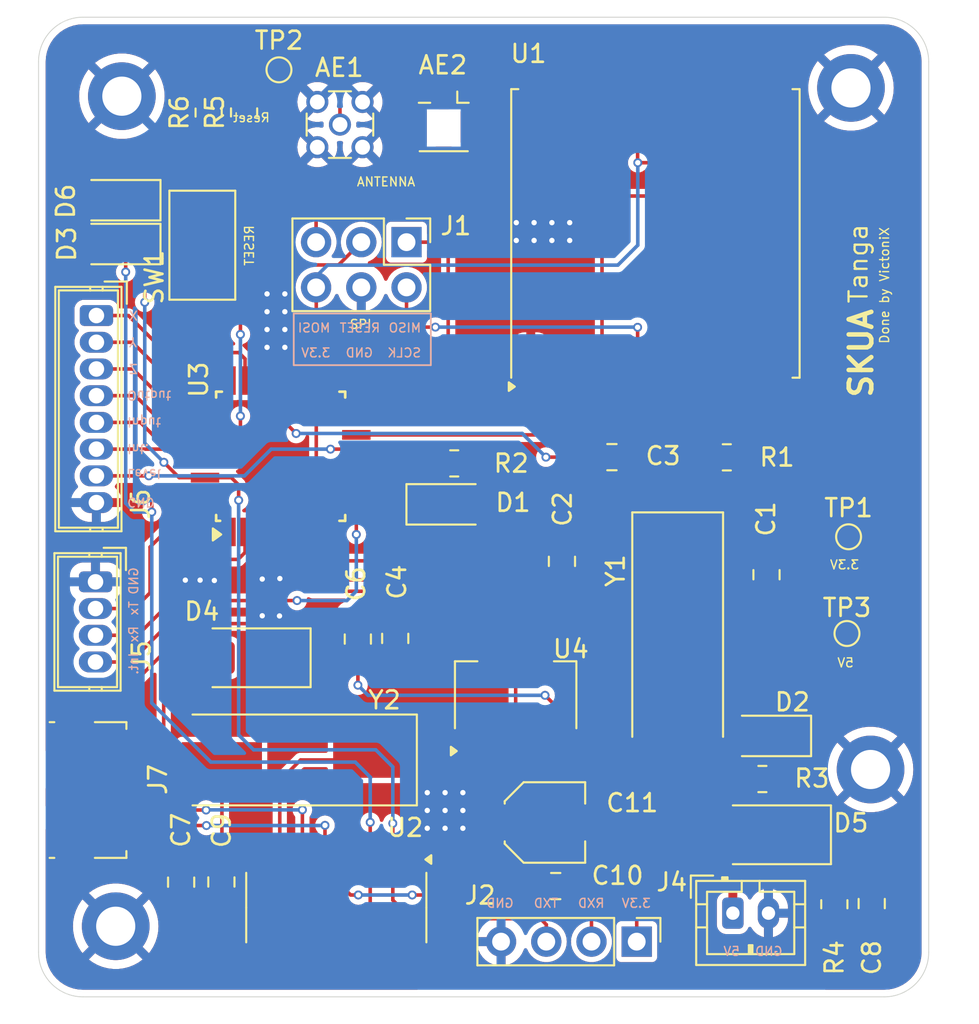
<source format=kicad_pcb>
(kicad_pcb (version 20240108) (generator "pcbnew") (generator_version "8.0")
  (layers (0 "F.Cu" signal) (31 "B.Cu" signal) (34 "B.Paste" user) (35 "F.Paste" user) (36 "B.SilkS" user "B.Silkscreen") (37 "F.SilkS" user "F.Silkscreen") (38 "B.Mask" user) (39 "F.Mask" user) (44 "Edge.Cuts" user))
  (net 0 "")
  (net 1 "GND")
  (net 2 "Net-(AE1-A)")
  (net 3 "Net-(U3-XTAL2{slash}PB7)")
  (net 4 "Net-(U3-XTAL1{slash}PB6)")
  (net 5 "Net-(U3-AREF)")
  (net 6 "+3V3")
  (net 7 "Net-(D1-A)")
  (net 8 "Net-(D2-A)")
  (net 9 "/SCLK")
  (net 10 "/MOSI")
  (net 11 "/MISO")
  (net 12 "/reset")
  (net 13 "/RXD")
  (net 14 "/TXD")
  (net 15 "/COM_Rx")
  (net 16 "/COM_Tx")
  (net 17 "Net-(U3-PB0)")
  (net 21 "Net-(U1-NSS)")
  (net 27 "/Z_axis")
  (net 29 "/level")
  (net 32 "/Y_axis")
  (net 33 "/X_axis")
  (net 34 "/COM_int")
  (net 35 "/input")
  (net 36 "/intr")
  (net 37 "/output")
  (net 38 "+5V")
  (net 39 "Net-(U2-XI)")
  (net 40 "Net-(U2-VCC)")
  (net 41 "Net-(U2-XO)")
  (net 42 "Net-(U2-V3)")
  (net 43 "Net-(D4-A)")
  (net 45 "Net-(J7-D-)")
  (net 46 "Net-(J7-D+)")
  (net 54 "Net-(D5-A)")
  (net 55 "Net-(D3-A)")
  (net 56 "Net-(D6-A)")
  (footprint "Connector_Wuerth:Wuerth_WR-WTB_64800411622_1x04_P1.50mm_Vertical" (layer "F.Cu") (at 115.365 105.165 -90)
    (property "Reference" "J5")
    (property "Value" "Control")
  )
  (footprint "Connector_JST:JST_PH_B2B-PH-K_1x02_P2.00mm_Vertical" (layer "F.Cu") (at 151.165 123.765)
    (property "Reference" "J4")
    (property "Value" "Power")
  )
  (footprint "Capacitor_SMD:C_Elec_4x5.4" (layer "F.Cu") (at 140.61 118.675)
    (property "Reference" "C11")
    (property "Value" "10uF")
  )
  (footprint "Resistor_SMD:R_0805_2012Metric_Pad1.20x1.40mm_HandSolder" (layer "F.Cu") (at 156.865 123.265 -90)
    (property "Reference" "R4")
    (property "Value" "10")
  )
  (footprint "Connector_Coaxial:U.FL_Hirose_U.FL-R-SMT-1_Vertical" (layer "F.Cu") (at 134.925 79.155 -90)
    (property "Reference" "AE2")
    (property "Value" "Anten.")
  )
  (footprint "Button_Switch_SMD:SW_SPST_CK_RS282G05A3" (layer "F.Cu") (at 121.365 86.265 -90)
    (property "Reference" "SW1")
    (property "Value" "Reset")
  )
  (footprint "Package_SO:SOIC-16_3.9x9.9mm_P1.27mm" (layer "F.Cu") (at 128.89 123.4525 -90)
    (property "Reference" "U2")
    (property "Value" "CH340G")
  )
  (footprint "Resistor_SMD:R_0805_2012Metric_Pad1.20x1.40mm_HandSolder" (layer "F.Cu") (at 152.825 116.235)
    (property "Reference" "R3")
    (property "Value" "470")
  )
  (footprint "Connector_Wuerth:Wuerth_WR-WTB_64800811622_1x08_P1.50mm_Vertical" (layer "F.Cu") (at 115.415 90.215 -90)
    (property "Reference" "J6")
    (property "Value" "Camera")
  )
  (footprint "LED_SMD:LED_1206_3216Metric" (layer "F.Cu") (at 135.115 100.815)
    (property "Reference" "D1")
    (property "Value" "conn.")
  )
  (footprint "Connector_PinHeader_2.54mm:PinHeader_2x03_P2.54mm_Vertical" (layer "F.Cu") (at 132.835 86.095 -90)
    (property "Reference" "J1")
    (property "Value" "SPI")
  )
  (footprint "TestPoint:TestPoint_Pad_D1.0mm" (layer "F.Cu") (at 157.575 108.065)
    (property "Reference" "TP3")
    (property "Value" "Power")
  )
  (footprint "TestPoint:TestPoint_Pad_D1.0mm" (layer "F.Cu") (at 125.67 76.42)
    (property "Reference" "TP2")
    (property "Value" "Reset")
  )
  (footprint "Diode_SMD:D_SMA" (layer "F.Cu") (at 153.165 119.365 180)
    (property "Reference" "D5")
    (property "Value" "SS32")
  )
  (footprint "Capacitor_SMD:C_0805_2012Metric_Pad1.18x1.45mm_HandSolder" (layer "F.Cu") (at 141.215 122.245)
    (property "Reference" "C10")
    (property "Value" "1nF")
  )
  (footprint "MountingHole:MountingHole_2.2mm_M2_DIN965_Pad" (layer "F.Cu") (at 116.845 77.9)
    (property "Reference" "H2" (hide yes))
    (property "Value" "MountingHole_Pad")
  )
  (footprint "Diode_SMD:D_SMA" (layer "F.Cu") (at 123.9375 109.4275 180)
    (property "Reference" "D4")
    (property "Value" "SS32")
  )
  (footprint "MountingHole:MountingHole_2.2mm_M2_DIN965_Pad" (layer "F.Cu") (at 116.5 124.5)
    (property "Reference" "H4" (hide yes))
    (property "Value" "MountingHole_Pad")
  )
  (footprint "Capacitor_SMD:C_0805_2012Metric_Pad1.18x1.45mm_HandSolder" (layer "F.Cu") (at 132.2 108.34 -90)
    (property "Reference" "C4")
    (property "Value" "0.1uF")
  )
  (footprint "Capacitor_SMD:C_0805_2012Metric_Pad1.18x1.45mm_HandSolder" (layer "F.Cu") (at 153.055 104.765 90)
    (property "Reference" "C1")
    (property "Value" "22pF")
  )
  (footprint "Connector_USB:USB_Micro-B_Molex_47346-0001" (layer "F.Cu") (at 115.39 116.8525 -90)
    (property "Reference" "J7")
    (property "Value" "USB")
  )
  (footprint "Connector_Coaxial:MMCX_Molex_73415-1471_Vertical" (layer "F.Cu") (at 129.095 79.495)
    (property "Reference" "AE1")
    (property "Value" "Antenna")
  )
  (footprint "Package_TO_SOT_SMD:SOT-223-3_TabPin2" (layer "F.Cu") (at 138.965 111.535 90)
    (property "Reference" "U4")
    (property "Value" "AMS1117-3.3")
  )
  (footprint "Capacitor_SMD:C_0805_2012Metric_Pad1.18x1.45mm_HandSolder" (layer "F.Cu") (at 144.3725 98.165 180)
    (property "Reference" "C3")
    (property "Value" "100nF")
  )
  (footprint "Crystal:Crystal_SMD_HC49-SD" (layer "F.Cu") (at 148.065 107.965 -90)
    (property "Reference" "Y1")
    (property "Value" "16MHz")
  )
  (footprint "Resistor_SMD:R_0805_2012Metric_Pad1.20x1.40mm_HandSolder" (layer "F.Cu") (at 121.72 78.82 90)
    (property "Reference" "R6")
    (property "Value" "470")
  )
  (footprint "Crystal:Crystal_SMD_HC49-SD" (layer "F.Cu") (at 126.715 115.165 180)
    (property "Reference" "Y2")
    (property "Value" "12MHz")
  )
  (footprint "TestPoint:TestPoint_Pad_D1.0mm" (layer "F.Cu") (at 157.665 102.635)
    (property "Reference" "TP1")
    (property "Value" "VCC")
  )
  (footprint "LED_SMD:LED_1206_3216Metric" (layer "F.Cu") (at 116.73 83.74 180)
    (property "Reference" "D6")
    (property "Value" "Tx_LED")
  )
  (footprint "Capacitor_SMD:C_0805_2012Metric_Pad1.18x1.45mm_HandSolder" (layer "F.Cu") (at 130.1 108.3775 -90)
    (property "Reference" "C6")
    (property "Value" "0.1uF")
  )
  (footprint "MountingHole:MountingHole_2.2mm_M2_DIN965_Pad" (layer "F.Cu") (at 158.9 115.7)
    (property "Reference" "H1" (hide yes))
    (property "Value" "MountingHole_Pad")
  )
  (footprint "Connector_PinHeader_2.54mm:PinHeader_1x04_P2.54mm_Vertical" (layer "F.Cu") (at 145.765 125.365 -90)
    (property "Reference" "J2")
    (property "Value" "UART")
  )
  (footprint "Capacitor_SMD:C_0805_2012Metric_Pad1.18x1.45mm_HandSolder" (layer "F.Cu") (at 120.175 122.025 90)
    (property "Reference" "C7")
    (property "Value" "22pF")
  )
  (footprint "Capacitor_SMD:C_0805_2012Metric_Pad1.18x1.45mm_HandSolder" (layer "F.Cu") (at 141.565 104.015 -90)
    (property "Reference" "C2")
    (property "Value" "22pF")
  )
  (footprint "Package_QFP:TQFP-32_7x7mm_P0.8mm" (layer "F.Cu") (at 125.765 98.115 90)
    (property "Reference" "U3")
    (property "Value" "ATmega328P-A")
  )
  (footprint "Resistor_SMD:R_0805_2012Metric_Pad1.20x1.40mm_HandSolder" (layer "F.Cu") (at 150.825 98.175 180)
    (property "Reference" "R1")
    (property "Value" "10k")
  )
  (footprint "LED_SMD:LED_1206_3216Metric" (layer "F.Cu") (at 116.73 86.2 180)
    (property "Reference" "D3")
    (property "Value" "Rx_LED")
  )
  (footprint "MountingHole:MountingHole_2.2mm_M2_DIN965_Pad" (layer "F.Cu") (at 157.8 77.435)
    (property "Reference" "H3" (hide yes))
    (property "Value" "MountingHole_Pad")
  )
  (footprint "LED_SMD:LED_1206_3216Metric" (layer "F.Cu") (at 153.275 113.815 180)
    (property "Reference" "D2")
    (property "Value" "Power")
  )
  (footprint "Resistor_SMD:R_0805_2012Metric_Pad1.20x1.40mm_HandSolder" (layer "F.Cu") (at 123.71 78.81 90)
    (property "Reference" "R5")
    (property "Value" "470")
  )
  (footprint "Capacitor_SMD:C_0805_2012Metric_Pad1.18x1.45mm_HandSolder" (layer "F.Cu") (at 158.965 123.2275 -90)
    (property "Reference" "C8")
    (property "Value" "0.47uF")
  )
  (footprint "Resistor_SMD:R_0805_2012Metric_Pad1.20x1.40mm_HandSolder" (layer "F.Cu") (at 135.515 98.515 180)
    (property "Reference" "R2")
    (property "Value" "200")
  )
  (footprint "RF_Module:HOPERF_RFM9XW_SMD" (layer "F.Cu") (at 146.815 85.605 90)
    (property "Reference" "U1")
    (property "Value" "RFM95W-868S2")
  )
  (footprint "Capacitor_SMD:C_0805_2012Metric_Pad1.18x1.45mm_HandSolder" (layer "F.Cu") (at 122.435 122.015 90)
    (property "Reference" "C9")
    (property "Value" "22pF")
  )
  (gr_line (start 126.5 90.1) (end 134.2 90.1) (stroke (width 0.1)) (layer "B.SilkS"))
  (gr_line (start 134.2 90.1) (end 134.2 93) (stroke (width 0.1)) (layer "B.SilkS"))
  (gr_line (start 134.2 93) (end 126.5 93) (stroke (width 0.1)) (layer "B.SilkS"))
  (gr_line (start 126.5 93) (end 126.5 90.1) (stroke (width 0.1)) (layer "B.SilkS"))
  (gr_arc (start 159.665 73.465) (mid 161.432767 74.197233) (end 162.165 75.965) (stroke (width 0.05)) (layer "Edge.Cuts"))
  (gr_arc (start 114.665 128.465) (mid 112.897233 127.732767) (end 112.165 125.965) (stroke (width 0.05)) (layer "Edge.Cuts"))
  (gr_line (start 159.665 128.465) (end 114.665 128.465) (stroke (width 0.05)) (layer "Edge.Cuts"))
  (gr_line (start 112.165 125.965) (end 112.165 75.965) (stroke (width 0.05)) (layer "Edge.Cuts"))
  (gr_line (start 162.165 75.965) (end 162.165 125.965) (stroke (width 0.05)) (layer "Edge.Cuts"))
  (gr_line (start 114.665 73.465) (end 159.665 73.465) (stroke (width 0.05)) (layer "Edge.Cuts"))
  (gr_arc (start 162.165 125.965) (mid 161.432767 127.732767) (end 159.665 128.465) (stroke (width 0.05)) (layer "Edge.Cuts"))
  (gr_arc (start 112.165 75.965) (mid 112.897233 74.197233) (end 114.665 73.465) (stroke (width 0.05)) (layer "Edge.Cuts"))
  (gr_text "GND" (at 154 126.2 0) (layer "B.SilkS") (effects (font (size 0.5 0.5) (thickness 0.08)) (justify left bottom mirror)))
  (gr_text "MISO" (at 133.7 91.2 0) (layer "B.SilkS") (effects (font (size 0.5 0.5) (thickness 0.08)) (justify left bottom mirror)))
  (gr_text "RXD" (at 144 123.5 0) (layer "B.SilkS") (effects (font (size 0.5 0.5) (thickness 0.08)) (justify left bottom mirror)))
  (gr_text "GND" (at 131 92.6 0) (layer "B.SilkS") (effects (font (size 0.5 0.5) (thickness 0.08)) (justify left bottom mirror)))
  (gr_text "Tx" (at 117.8 106.2 90) (layer "B.SilkS") (effects (font (size 0.5 0.5) (thickness 0.08)) (justify left bottom mirror)))
  (gr_text "Y" (at 117.2 91.4 180) (layer "B.SilkS") (effects (font (size 0.5 0.5) (thickness 0.08)) (justify left bottom mirror)))
  (gr_text "3.3V" (at 146.6 123.5 0) (layer "B.SilkS") (effects (font (size 0.5 0.5) (thickness 0.08)) (justify left bottom mirror)))
  (gr_text "Level" (at 117.1 98.8 180) (layer "B.SilkS") (effects (font (size 0.5 0.5) (thickness 0.08)) (justify left bottom mirror)))
  (gr_text "Int." (at 117.1 97.4 180) (layer "B.SilkS") (effects (font (size 0.5 0.5) (thickness 0.08)) (justify left bottom mirror)))
  (gr_text "GND" (at 138.9 123.5 0) (layer "B.SilkS") (effects (font (size 0.5 0.5) (thickness 0.08)) (justify left bottom mirror)))
  (gr_text "Rx" (at 117.8 107.6 90) (layer "B.SilkS") (effects (font (size 0.5 0.5) (thickness 0.08)) (justify left bottom mirror)))
  (gr_text "X" (at 117.2 89.9 180) (layer "B.SilkS") (effects (font (size 0.5 0.5) (thickness 0.08)) (justify left bottom mirror)))
  (gr_text "GND" (at 117.1 100.4 180) (layer "B.SilkS") (effects (font (size 0.5 0.5) (thickness 0.08)) (justify left bottom mirror)))
  (gr_text "GND" (at 117.8 104.3 90) (layer "B.SilkS") (effects (font (size 0.5 0.5) (thickness 0.08)) (justify left bottom mirror)))
  (gr_text "Input" (at 117.1 95.9 180) (layer "B.SilkS") (effects (font (size 0.5 0.5) (thickness 0.08)) (justify left bottom mirror)))
  (gr_text "TXD" (at 141.4 123.5 0) (layer "B.SilkS") (effects (font (size 0.5 0.5) (thickness 0.08)) (justify left bottom mirror)))
  (gr_text "Output" (at 117.1 94.4 180) (layer "B.SilkS") (effects (font (size 0.5 0.5) (thickness 0.08)) (justify left bottom mirror)))
  (gr_text "5V" (at 151.6 126.2 0) (layer "B.SilkS") (effects (font (size 0.5 0.5) (thickness 0.08)) (justify left bottom mirror)))
  (gr_text "RESET" (at 131.4 91.2 0) (layer "B.SilkS") (effects (font (size 0.5 0.5) (thickness 0.08)) (justify left bottom mirror)))
  (gr_text "Z" (at 117.2 92.9 180) (layer "B.SilkS") (effects (font (size 0.5 0.5) (thickness 0.08)) (justify left bottom mirror)))
  (gr_text "Int." (at 117.8 109.1 90) (layer "B.SilkS") (effects (font (size 0.5 0.5) (thickness 0.08)) (justify left bottom mirror)))
  (gr_text "SCLK" (at 133.7 92.6 0) (layer "B.SilkS") (effects (font (size 0.5 0.5) (thickness 0.08)) (justify left bottom mirror)))
  (gr_text "MOSI" (at 128.6 91.2 0) (layer "B.SilkS") (effects (font (size 0.5 0.5) (thickness 0.08)) (justify left bottom mirror)))
  (gr_text "3.3V" (at 128.6 92.6 0) (layer "B.SilkS") (effects (font (size 0.5 0.5) (thickness 0.08)) (justify left bottom mirror)))
  (gr_text "SPI" (at 129.6 91 0) (layer "F.SilkS") (effects (font (size 0.5 0.5) (thickness 0.08)) (justify left bottom)))
  (gr_text "3.3V" (at 158.3 104.5 0) (layer "F.SilkS") (effects (font (size 0.5 0.5) (thickness 0.08)) (justify left bottom mirror)))
  (gr_text "SKUA" (at 159.11 94.95 90) (layer "F.SilkS") (effects (font (size 1.27 1.27) (thickness 0.254) (bold yes)) (justify left bottom)))
  (gr_text "Done by VictoniX" (at 159.98 91.84 90) (layer "F.SilkS") (effects (font (size 0.508 0.508) (thickness 0.0762)) (justify left bottom)))
  (gr_text "Reset" (at 125.2 79.4 0) (layer "F.SilkS") (effects (font (size 0.5 0.5) (thickness 0.08)) (justify left bottom mirror)))
  (gr_text "Tanga" (at 158.81 89.61 90) (layer "F.SilkS") (effects (font (size 1.016 1.016) (thickness 0.127)) (justify left bottom)))
  (gr_text "5V" (at 158 110 0) (layer "F.SilkS") (effects (font (size 0.5 0.5) (thickness 0.08)) (justify left bottom mirror)))
  (gr_text "ANTENNA" (at 130 83 0) (layer "F.SilkS") (effects (font (size 0.5 0.5) (thickness 0.08)) (justify left bottom)))
  (gr_text "RESET" (at 124.3 85.1 90) (layer "F.SilkS") (effects (font (size 0.5 0.5) (thickness 0.08)) (justify left bottom mirror)))
  (via (at 124.73 107.07) (size 0.5) (drill 0.3) (layers "F.Cu" "B.Cu") (net 1))
  (via (at 125 92) (size 0.5) (drill 0.3) (layers "F.Cu" "B.Cu") (net 1))
  (via (at 136 117) (size 0.5) (drill 0.3) (layers "F.Cu" "B.Cu") (net 1))
  (via (at 141 85) (size 0.5) (drill 0.3) (layers "F.Cu" "B.Cu") (net 1))
  (via (at 136 118) (size 0.5) (drill 0.3) (layers "F.Cu" "B.Cu") (net 1))
  (via (at 134 117) (size 0.5) (drill 0.3) (layers "F.Cu" "B.Cu") (net 1))
  (via (at 135 117) (size 0.5) (drill 0.3) (layers "F.Cu" "B.Cu") (net 1))
  (via (at 139 85) (size 0.5) (drill 0.3) (layers "F.Cu" "B.Cu") (net 1))
  (via (at 136 119) (size 0.5) (drill 0.3) (layers "F.Cu" "B.Cu") (net 1))
  (via (at 122.04 105.09) (size 0.5) (drill 0.3) (layers "F.Cu" "B.Cu") (net 1))
  (via (at 135 118) (size 0.5) (drill 0.3) (layers "F.Cu" "B.Cu") (net 1))
  (via (at 125.7 107.08) (size 0.5) (drill 0.3) (layers "F.Cu" "B.Cu") (net 1))
  (via (at 134 118) (size 0.5) (drill 0.3) (layers "F.Cu" "B.Cu") (net 1))
  (via (at 125 91) (size 0.5) (drill 0.3) (layers "F.Cu" "B.Cu") (net 1))
  (via (at 125.72 104.98) (size 0.5) (drill 0.3) (layers "F.Cu" "B.Cu") (net 1))
  (via (at 134 119) (size 0.5) (drill 0.3) (layers "F.Cu" "B.Cu") (net 1))
  (via (at 126 91) (size 0.5) (drill 0.3) (layers "F.Cu" "B.Cu") (net 1))
  (via (at 141 86) (size 0.5) (drill 0.3) (layers "F.Cu" "B.Cu") (net 1))
  (via (at 125 90) (size 0.5) (drill 0.3) (layers "F.Cu" "B.Cu") (net 1))
  (via (at 126 92) (size 0.5) (drill 0.3) (layers "F.Cu" "B.Cu") (net 1))
  (via (at 120.41 105.07) (size 0.5) (drill 0.3) (layers "F.Cu" "B.Cu") (net 1))
  (via (at 126 89) (size 0.5) (drill 0.3) (layers "F.Cu" "B.Cu") (net 1))
  (via (at 126 90) (size 0.5) (drill 0.3) (layers "F.Cu" "B.Cu") (net 1))
  (via (at 142 85) (size 0.5) (drill 0.3) (layers "F.Cu" "B.Cu") (net 1))
  (via (at 142 86) (size 0.5) (drill 0.3) (layers "F.Cu" "B.Cu") (net 1))
  (via (at 140 85) (size 0.5) (drill 0.3) (layers "F.Cu" "B.Cu") (net 1))
  (via (at 125 89) (size 0.5) (drill 0.3) (layers "F.Cu" "B.Cu") (net 1))
  (via (at 124.73 105.01) (size 0.5) (drill 0.3) (layers "F.Cu" "B.Cu") (net 1))
  (via (at 140 86) (size 0.5) (drill 0.3) (layers "F.Cu" "B.Cu") (net 1))
  (via (at 121.24 105.07) (size 0.5) (drill 0.3) (layers "F.Cu" "B.Cu") (net 1))
  (via (at 139 86) (size 0.5) (drill 0.3) (layers "F.Cu" "B.Cu") (net 1))
  (via (at 135 119) (size 0.5) (drill 0.3) (layers "F.Cu" "B.Cu") (net 1))
  (segment (start 129.095 79.495) (end 129.095 76.265) (width 0.2) (layer "F.Cu") (net 2))
  (segment (start 153.815 76.185) (end 153.815 78.08) (width 0.2) (layer "F.Cu") (net 2))
  (segment (start 134.925 78.105) (end 134.925 75.865) (width 0.2) (layer "F.Cu") (net 2))
  (segment (start 129.535 75.825) (end 134.965 75.825) (width 0.2) (layer "F.Cu") (net 2))
  (segment (start 134.965 75.825) (end 153.455 75.825) (width 0.2) (layer "F.Cu") (net 2))
  (segment (start 153.455 75.825) (end 153.815 76.185) (width 0.2) (layer "F.Cu") (net 2))
  (segment (start 129.095 76.265) (end 129.535 75.825) (width 0.2) (layer "F.Cu") (net 2))
  (segment (start 134.925 75.865) (end 134.965 75.825) (width 0.2) (layer "F.Cu") (net 2))
  (segment (start 148.0775 103.7275) (end 148.065 103.715) (width 0.2) (layer "F.Cu") (net 3))
  (segment (start 143.635 103.715) (end 148.065 103.715) (width 0.2) (layer "F.Cu") (net 3))
  (segment (start 128.935 103.985) (end 143.365 103.985) (width 0.2) (layer "F.Cu") (net 3))
  (segment (start 128.565 103.615) (end 128.935 103.985) (width 0.2) (layer "F.Cu") (net 3))
  (segment (start 128.565 102.365) (end 128.565 103.615) (width 0.2) (layer "F.Cu") (net 3))
  (segment (start 153.055 103.7275) (end 148.0775 103.7275) (width 0.2) (layer "F.Cu") (net 3))
  (segment (start 143.365 103.985) (end 143.635 103.715) (width 0.2) (layer "F.Cu") (net 3))
  (segment (start 142.735 112.215) (end 141.565 111.045) (width 0.2) (layer "F.Cu") (net 4))
  (segment (start 127.765 102.365) (end 127.765 104.595) (width 0.2) (layer "F.Cu") (net 4))
  (segment (start 127.765 104.595) (end 128.2225 105.0525) (width 0.2) (layer "F.Cu") (net 4))
  (segment (start 141.565 111.045) (end 141.565 105.0525) (width 0.2) (layer "F.Cu") (net 4))
  (segment (start 128.2225 105.0525) (end 141.565 105.0525) (width 0.2) (layer "F.Cu") (net 4))
  (segment (start 148.065 112.215) (end 142.735 112.215) (width 0.2) (layer "F.Cu") (net 4))
  (segment (start 126.165 93.865) (end 126.165 96.365) (width 0.2) (layer "F.Cu") (net 5))
  (segment (start 140.665 98.165) (end 143.335 98.165) (width 0.2) (layer "F.Cu") (net 5))
  (segment (start 126.165 96.365) (end 126.635 96.835) (width 0.2) (layer "F.Cu") (net 5))
  (via (at 126.635 96.835) (size 0.5) (drill 0.3) (layers "F.Cu" "B.Cu") (net 5))
  (via (at 140.665 98.165) (size 0.5) (drill 0.3) (layers "F.Cu" "B.Cu") (net 5))
  (segment (start 126.635 96.835) (end 139.335 96.835) (width 0.2) (layer "B.Cu") (net 5))
  (segment (start 139.335 96.835) (end 140.665 98.165) (width 0.2) (layer "B.Cu") (net 5))
  (segment (start 138.965 106.195) (end 138.965 108.385) (width 0.2) (layer "F.Cu") (net 6))
  (segment (start 138.935 118.675) (end 138.935 119.935) (width 0.2) (layer "F.Cu") (net 6))
  (segment (start 145.825 81.635) (end 145.825 81.455) (width 0.2) (layer "F.Cu") (net 6))
  (segment (start 138.465 105.695) (end 138.965 106.195) (width 0.2) (layer "F.Cu") (net 6))
  (segment (start 138.965 108.385) (end 138.965 114.685) (width 0.2) (layer "F.Cu") (net 6))
  (segment (start 145.815 81.445) (end 145.815 78.08) (width 0.2) (layer "F.Cu") (net 6))
  (segment (start 156.945 98.105) (end 156.945 82.585) (width 0.2) (layer "F.Cu") (net 6))
  (segment (start 127.765 88.645) (end 127.755 88.635) (width 0.2) (layer "F.Cu") (net 6))
  (segment (start 125.365 101.055) (end 125.365 102.365) (width 0.2) (layer "F.Cu") (net 6))
  (segment (start 135.515 108.385) (end 138.965 108.385) (width 0.2) (layer "F.Cu") (net 6))
  (segment (start 126.735 100.775) (end 125.645 100.775) (width 0.2) (layer "F.Cu") (net 6))
  (segment (start 127.765 100.475) (end 127.465 100.775) (width 0.2) (layer "F.Cu") (net 6))
  (segment (start 138.965 118.645) (end 138.935 118.675) (width 0.2) (layer "F.Cu") (net 6))
  (segment (start 145.765 121.345) (end 145.765 125.365) (width 0.2) (layer "F.Cu") (net 6))
  (segment (start 144.875 120.455) (end 145.765 121.345) (width 0.2) (layer "F.Cu") (net 6))
  (segment (start 127.765 93.865) (end 127.765 100.475) (width 0.2) (layer "F.Cu") (net 6))
  (segment (start 139.455 120.455) (end 144.875 120.455) (width 0.2) (layer "F.Cu") (net 6))
  (segment (start 132.2 109.3775) (end 134.5225 109.3775) (width 0.2) (layer "F.Cu") (net 6))
  (segment (start 145.825 81.455) (end 145.815 81.445) (width 0.2) (layer "F.Cu") (net 6))
  (segment (start 126.965 102.365) (end 126.965 100.775) (width 0.2) (layer "F.Cu") (net 6))
  (segment (start 155.995 81.635) (end 145.825 81.635) (width 0.2) (layer "F.Cu") (net 6))
  (segment (start 138.935 119.935) (end 139.455 120.455) (width 0.2) (layer "F.Cu") (net 6))
  (segment (start 127.585 105.695) (end 138.465 105.695) (width 0.2) (layer "F.Cu") (net 6))
  (segment (start 157.015 98.175) (end 157.665 98.825) (width 0.2) (layer "F.Cu") (net 6))
  (segment (start 151.825 98.175) (end 157.015 98.175) (width 0.2) (layer "F.Cu") (net 6))
  (segment (start 126.965 105.075) (end 127.585 105.695) (width 0.2) (layer "F.Cu") (net 6))
  (segment (start 156.945 82.585) (end 155.995 81.635) (width 0.2) (layer "F.Cu") (net 6))
  (segment (start 125.645 100.775) (end 125.365 101.055) (width 0.2) (layer "F.Cu") (net 6))
  (segment (start 127.765 93.865) (end 127.765 88.645) (width 0.2) (layer "F.Cu") (net 6))
  (segment (start 138.965 114.685) (end 138.965 118.645) (width 0.2) (layer "F.Cu") (net 6))
  (segment (start 126.965 102.365) (end 126.965 105.075) (width 0.2) (layer "F.Cu") (net 6))
  (segment (start 157.665 98.825) (end 157.665 102.635) (width 0.2) (layer "F.Cu") (net 6))
  (segment (start 157.015 98.175) (end 156.945 98.105) (width 0.2) (layer "F.Cu") (net 6))
  (segment (start 127.465 100.775) (end 126.735 100.775) (width 0.2) (layer "F.Cu") (net 6))
  (segment (start 134.5225 109.3775) (end 135.515 108.385) (width 0.2) (layer "F.Cu") (net 6))
  (via (at 145.825 81.635) (size 0.5) (drill 0.3) (layers "F.Cu" "B.Cu") (net 6))
  (segment (start 127.755 88.025) (end 128.395 87.385) (width 0.2) (layer "B.Cu") (net 6))
  (segment (start 144.705 87.385) (end 145.425 86.665) (width 0.2) (layer "B.Cu") (net 6))
  (segment (start 145.425 86.665) (end 145.825 86.265) (width 0.2) (layer "B.Cu") (net 6))
  (segment (start 145.825 86.265) (end 145.825 81.635) (width 0.2) (layer "B.Cu") (net 6))
  (segment (start 127.755 88.635) (end 127.755 88.025) (width 0.2) (layer "B.Cu") (net 6))
  (segment (start 128.395 87.385) (end 144.705 87.385) (width 0.2) (layer "B.Cu") (net 6))
  (segment (start 136.515 100.815) (end 136.515 98.515) (width 0.2) (layer "F.Cu") (net 7))
  (segment (start 151.825 116.235) (end 151.825 113.865) (width 0.2) (layer "F.Cu") (net 8))
  (segment (start 151.825 113.865) (end 151.875 113.815) (width 0.2) (layer "F.Cu") (net 8))
  (segment (start 134.455 90.865) (end 132.835 90.865) (width 0.2) (layer "F.Cu") (net 9))
  (segment (start 132.835 90.865) (end 132.835 88.635) (width 0.2) (layer "F.Cu") (net 9))
  (segment (start 129.295 91.355) (end 132.345 91.355) (width 0.2) (layer "F.Cu") (net 9))
  (segment (start 128.565 92.085) (end 129.295 91.355) (width 0.2) (layer "F.Cu") (net 9))
  (segment (start 128.565 93.865) (end 128.565 92.085) (width 0.2) (layer "F.Cu") (net 9))
  (segment (start 132.345 91.355) (end 132.835 90.865) (width 0.2) (layer "F.Cu") (net 9))
  (segment (start 145.815 90.875) (end 145.815 93.13) (width 0.2) (layer "F.Cu") (net 9))
  (via (at 145.815 90.875) (size 0.5) (drill 0.3) (layers "F.Cu" "B.Cu") (net 9))
  (via (at 134.455 90.865) (size 0.5) (drill 0.3) (layers "F.Cu" "B.Cu") (net 9))
  (segment (start 145.815 90.875) (end 145.805 90.865) (width 0.2) (layer "B.Cu") (net 9))
  (segment (start 145.805 90.865) (end 134.455 90.865) (width 0.2) (layer "B.Cu") (net 9))
  (segment (start 143.145 96.115) (end 143.815 95.445) (width 0.2) (layer "F.Cu") (net 10))
  (segment (start 127.755 86.095) (end 127.755 84.515) (width 0.2) (layer "F.Cu") (net 10))
  (segment (start 143.815 95.445) (end 143.815 93.13) (width 0.2) (layer "F.Cu") (net 10))
  (segment (start 143.815 84.765) (end 143.815 93.13) (width 0.2) (layer "F.Cu") (net 10))
  (segment (start 143.175 84.125) (end 143.815 84.765) (width 0.2) (layer "F.Cu") (net 10))
  (segment (start 127.755 84.515) (end 128.145 84.125) (width 0.2) (layer "F.Cu") (net 10))
  (segment (start 130.015 96.115) (end 143.145 96.115) (width 0.2) (layer "F.Cu") (net 10))
  (segment (start 128.145 84.125) (end 143.175 84.125) (width 0.2) (layer "F.Cu") (net 10))
  (segment (start 134.725 95.315) (end 130.015 95.315) (width 0.2) (layer "F.Cu") (net 11))
  (segment (start 141.815 93.13) (end 141.815 95.025) (width 0.2) (layer "F.Cu") (net 11))
  (segment (start 141.815 95.025) (end 141.525 95.315) (width 0.2) (layer "F.Cu") (net 11))
  (segment (start 132.835 86.095) (end 134.465 86.095) (width 0.2) (layer "F.Cu") (net 11))
  (segment (start 141.525 95.315) (end 134.725 95.315) (width 0.2) (layer "F.Cu") (net 11))
  (segment (start 134.465 86.095) (end 135.175 86.805) (width 0.2) (layer "F.Cu") (net 11))
  (segment (start 135.175 86.805) (end 135.175 95.315) (width 0.2) (layer "F.Cu") (net 11))
  (segment (start 123.505 90.185) (end 123.525 90.165) (width 0.2) (layer "F.Cu") (net 12))
  (segment (start 123.505 98.145) (end 123.505 95.855) (width 0.2) (layer "F.Cu") (net 12))
  (segment (start 125.51 76.42) (end 125.66 76.42) (width 0.2) (layer "F.Cu") (net 12))
  (segment (start 121.515 98.515) (end 123.135 98.515) (width 0.2) (layer "F.Cu") (net 12))
  (segment (start 123.525 90.165) (end 124.13 89.56) (width 0.2) (layer "F.Cu") (net 12))
  (segment (start 130.295 86.095) (end 129.015 87.375) (width 0.2) (layer "F.Cu") (net 12))
  (segment (start 124.13 85.06) (end 125.685 83.505) (width 0.2) (layer "F.Cu") (net 12))
  (segment (start 125.66 76.42) (end 125.66 83.545) (width 0.2) (layer "F.Cu") (net 12))
  (segment (start 149.815 84.455) (end 149.815 93.13) (width 0.2) (layer "F.Cu") (net 12))
  (segment (start 149.815 98.165) (end 149.825 98.175) (width 0.2) (layer "F.Cu") (net 12))
  (segment (start 123.505 91.275) (end 123.505 90.185) (width 0.2) (layer "F.Cu") (net 12))
  (segment (start 124.13 89.56) (end 124.13 85.06) (width 0.2) (layer "F.Cu") (net 12))
  (segment (start 123.525 90.165) (end 121.365 90.165) (width 0.2) (layer "F.Cu") (net 12))
  (segment (start 148.865 83.505) (end 149.815 84.455) (width 0.2) (layer "F.Cu") (net 12))
  (segment (start 125.685 83.505) (end 148.865 83.505) (width 0.2) (layer "F.Cu") (net 12))
  (segment (start 149.815 93.13) (end 149.815 98.165) (width 0.2) (layer "F.Cu") (net 12))
  (segment (start 123.415 98.235) (end 123.505 98.145) (width 0.2) (layer "F.Cu") (net 12))
  (segment (start 123.135 98.515) (end 123.415 98.235) (width 0.2) (layer "F.Cu") (net 12))
  (segment (start 129.015 87.375) (end 124.215 87.375) (width 0.2) (layer "F.Cu") (net 12))
  (via (at 123.505 91.275) (size 0.5) (drill 0.3) (layers "F.Cu" "B.Cu") (net 12))
  (via (at 123.505 95.855) (size 0.5) (drill 0.3) (layers "F.Cu" "B.Cu") (net 12))
  (segment (start 123.505 95.855) (end 123.505 91.275) (width 0.2) (layer "B.Cu") (net 12))
  (segment (start 119.205 98.455) (end 120.065 99.315) (width 0.2) (layer "F.Cu") (net 13))
  (segment (start 132.065 120.9775) (end 132.065 118.725) (width 0.2) (layer "F.Cu") (net 13))
  (segment (start 123.405 99.725) (end 122.995 99.315) (width 0.2) (layer "F.Cu") (net 13))
  (segment (start 123.405 100.585) (end 123.405 99.725) (width 0.2) (layer "F.Cu") (net 13))
  (segment (start 122.995 99.315) (end 121.515 99.315) (width 0.2) (layer "F.Cu") (net 13))
  (segment (start 118.13 86.2) (end 118.13 89.47) (width 0.2) (layer "F.Cu") (net 13))
  (segment (start 143.225 125.365) (end 143.225 124.065) (width 0.2) (layer "F.Cu") (net 13))
  (segment (start 142.685 123.525) (end 132.555 123.525) (width 0.2) (layer "F.Cu") (net 13))
  (segment (start 143.225 124.065) (end 142.685 123.525) (width 0.2) (layer "F.Cu") (net 13))
  (segment (start 132.065 123.035) (end 132.065 120.9775) (width 0.2) (layer "F.Cu") (net 13))
  (segment (start 132.555 123.525) (end 132.065 123.035) (width 0.2) (layer "F.Cu") (net 13))
  (segment (start 120.065 99.315) (end 121.515 99.315) (width 0.2) (layer "F.Cu") (net 13))
  (via (at 123.405 100.585) (size 0.5) (drill 0.3) (layers "F.Cu" "B.Cu") (net 13))
  (via (at 132.065 118.725) (size 0.5) (drill 0.3) (layers "F.Cu" "B.Cu") (net 13))
  (via (at 119.205 98.455) (size 0.5) (drill 0.3) (layers "F.Cu" "B.Cu") (net 13))
  (via (at 118.13 89.47) (size 0.5) (drill 0.3) (layers "F.Cu" "B.Cu") (net 13))
  (segment (start 132.065 115.555) (end 131.105 114.595) (width 0.2) (layer "B.Cu") (net 13))
  (segment (start 132.065 118.725) (end 132.065 115.555) (width 0.2) (layer "B.Cu") (net 13))
  (segment (start 123.405 113.755) (end 123.405 100.585) (width 0.2) (layer "B.Cu") (net 13))
  (segment (start 131.105 114.595) (end 124.245 114.595) (width 0.2) (layer "B.Cu") (net 13))
  (segment (start 118.13 97.38) (end 118.13 89.47) (width 0.2) (layer "B.Cu") (net 13))
  (segment (start 119.205 98.455) (end 118.13 97.38) (width 0.2) (layer "B.Cu") (net 13))
  (segment (start 124.245 114.595) (end 123.405 113.755) (width 0.2) (layer "B.Cu") (net 13))
  (segment (start 117.06 83.94) (end 117.06 87.77) (width 0.2) (layer "F.Cu") (net 14))
  (segment (start 130.795 120.9775) (end 130.795 118.665) (width 0.2) (layer "F.Cu") (net 14))
  (segment (start 140.685 125.365) (end 140.685 124.405) (width 0.2) (layer "F.Cu") (net 14))
  (segment (start 118.13 83.74) (end 117.26 83.74) (width 0.2) (layer "F.Cu") (net 14))
  (segment (start 118.525 100.545) (end 118.955 100.115) (width 0.2) (layer "F.Cu") (net 14))
  (segment (start 118.525 101.245) (end 118.525 100.545) (width 0.2) (layer "F.Cu") (net 14))
  (segment (start 130.795 123.695) (end 130.795 120.9775) (width 0.2) (layer "F.Cu") (net 14))
  (segment (start 131.175 124.075) (end 130.795 123.695) (width 0.2) (layer "F.Cu") (net 14))
  (segment (start 140.355 124.075) (end 131.175 124.075) (width 0.2) (layer "F.Cu") (net 14))
  (segment (start 117.26 83.74) (end 117.06 83.94) (width 0.2) (layer "F.Cu") (net 14))
  (segment (start 118.955 100.115) (end 121.515 100.115) (width 0.2) (layer "F.Cu") (net 14))
  (segment (start 140.685 124.405) (end 140.355 124.075) (width 0.2) (layer "F.Cu") (net 14))
  (via (at 117.06 87.77) (size 0.5) (drill 0.3) (layers "F.Cu" "B.Cu") (net 14))
  (via (at 130.795 118.665) (size 0.5) (drill 0.3) (layers "F.Cu" "B.Cu") (net 14))
  (via (at 118.525 101.245) (size 0.5) (drill 0.3) (layers "F.Cu" "B.Cu") (net 14))
  (segment (start 129.955 115.285) (end 121.845 115.285) (width 0.2) (layer "B.Cu") (net 14))
  (segment (start 117.56 101.25) (end 117.565 101.245) (width 0.2) (layer "B.Cu") (net 14))
  (segment (start 121.845 115.285) (end 118.525 111.965) (width 0.2) (layer "B.Cu") (net 14))
  (segment (start 118.525 111.965) (end 118.525 101.245) (width 0.2) (layer "B.Cu") (net 14))
  (segment (start 117.06 100.75) (end 117.56 101.25) (width 0.2) (layer "B.Cu") (net 14))
  (segment (start 117.06 87.77) (end 117.06 100.75) (width 0.2) (layer "B.Cu") (net 14))
  (segment (start 130.795 118.665) (end 130.795 116.165) (width 0.2) (layer "B.Cu") (net 14))
  (segment (start 130.815 116.145) (end 129.955 115.285) (width 0.2) (layer "B.Cu") (net 14))
  (segment (start 130.795 116.165) (end 130.815 116.145) (width 0.2) (layer "B.Cu") (net 14))
  (segment (start 117.565 101.245) (end 118.525 101.245) (width 0.2) (layer "B.Cu") (net 14))
  (segment (start 119.3 104.7) (end 120.095 103.905) (width 0.2) (layer "F.Cu") (net 15))
  (segment (start 123.375 103.905) (end 123.765 103.515) (width 0.2) (layer "F.Cu") (net 15))
  (segment (start 120.095 103.905) (end 123.375 103.905) (width 0.2) (layer "F.Cu") (net 15))
  (segment (start 117.725 108.165) (end 119.3 106.59) (width 0.2) (layer "F.Cu") (net 15))
  (segment (start 119.3 106.59) (end 119.3 104.7) (width 0.2) (layer "F.Cu") (net 15))
  (segment (start 123.765 103.515) (end 123.765 102.365) (width 0.2) (layer "F.Cu") (net 15))
  (segment (start 115.365 108.165) (end 117.725 108.165) (width 0.2) (layer "F.Cu") (net 15))
  (segment (start 118.43 105.78) (end 118.43 103.21) (width 0.2) (layer "F.Cu") (net 16))
  (segment (start 115.365 106.665) (end 117.545 106.665) (width 0.2) (layer "F.Cu") (net 16))
  (segment (start 118.43 103.21) (end 119.275 102.365) (width 0.2) (layer "F.Cu") (net 16))
  (segment (start 117.545 106.665) (end 118.43 105.78) (width 0.2) (layer "F.Cu") (net 16))
  (segment (start 119.275 102.365) (end 122.965 102.365) (width 0.2) (layer "F.Cu") (net 16))
  (segment (start 130.015 98.515) (end 134.515 98.515) (width 0.2) (layer "F.Cu") (net 17))
  (segment (start 147.835 96.055) (end 147.815 96.035) (width 0.2) (layer "F.Cu") (net 21))
  (segment (start 130.015 96.915) (end 146.975 96.915) (width 0.2) (layer "F.Cu") (net 21))
  (segment (start 147.815 96.035) (end 147.815 93.13) (width 0.2) (layer "F.Cu") (net 21))
  (segment (start 146.975 96.915) (end 147.835 96.055) (width 0.2) (layer "F.Cu") (net 21))
  (segment (start 119.565 95.315) (end 117.465 93.215) (width 0.2) (layer "F.Cu") (net 27))
  (segment (start 121.515 95.315) (end 119.565 95.315) (width 0.2) (layer "F.Cu") (net 27))
  (segment (start 117.465 93.215) (end 115.415 93.215) (width 0.2) (layer "F.Cu") (net 27))
  (segment (start 128.565 97.715) (end 130.015 97.715) (width 0.2) (layer "F.Cu") (net 29))
  (segment (start 115.415 99.215) (end 118.36 99.215) (width 0.2) (layer "F.Cu") (net 29))
  (via (at 118.36 99.215) (size 0.5) (drill 0.3) (layers "F.Cu" "B.Cu") (net 29))
  (via (at 128.565 97.715) (size 0.5) (drill 0.3) (layers "F.Cu" "B.Cu") (net 29))
  (segment (start 123.735 99.215) (end 125.235 97.715) (width 0.2) (layer "B.Cu") (net 29))
  (segment (start 118.36 99.215) (end 123.735 99.215) (width 0.2) (layer "B.Cu") (net 29))
  (segment (start 125.235 97.715) (end 128.565 97.715) (width 0.2) (layer "B.Cu") (net 29))
  (segment (start 119.585 93.865) (end 117.435 91.715) (width 0.2) (layer "F.Cu") (net 32))
  (segment (start 117.435 91.715) (end 115.415 91.715) (width 0.2) (layer "F.Cu") (net 32))
  (segment (start 122.965 93.865) (end 119.585 93.865) (width 0.2) (layer "F.Cu") (net 32))
  (segment (start 123.765 92.645) (end 123.765 93.865) (width 0.2) (layer "F.Cu") (net 33))
  (segment (start 119.295 92.295) (end 123.415 92.295) (width 0.2) (layer "F.Cu") (net 33))
  (segment (start 117.215 90.215) (end 119.295 92.295) (width 0.2) (layer "F.Cu") (net 33))
  (segment (start 115.415 90.215) (end 117.215 90.215) (width 0.2) (layer "F.Cu") (net 33))
  (segment (start 123.415 92.295) (end 123.765 92.645) (width 0.2) (layer "F.Cu") (net 33))
  (segment (start 115.365 109.665) (end 117.325 109.665) (width 0.2) (layer "F.Cu") (net 34))
  (segment (start 120.775 106.215) (end 126.685 106.215) (width 0.2) (layer "F.Cu") (net 34))
  (segment (start 117.325 109.665) (end 120.775 106.215) (width 0.2) (layer "F.Cu") (net 34))
  (segment (start 130.015 102.505) (end 130.015 100.915) (width 0.2) (layer "F.Cu") (net 34))
  (via (at 130.015 102.505) (size 0.5) (drill 0.3) (layers "F.Cu" "B.Cu") (net 34))
  (via (at 126.685 106.215) (size 0.5) (drill 0.3) (layers "F.Cu" "B.Cu") (net 34))
  (segment (start 129.485 106.215) (end 130.015 105.685) (width 0.2) (layer "B.Cu") (net 34))
  (segment (start 130.015 105.685) (end 130.015 102.505) (width 0.2) (layer "B.Cu") (net 34))
  (segment (start 126.685 106.215) (end 129.485 106.215) (width 0.2) (layer "B.Cu") (net 34))
  (segment (start 117.865 96.215) (end 115.415 96.215) (width 0.2) (layer "F.Cu") (net 35))
  (segment (start 118.585 96.915) (end 117.875 96.205) (width 0.2) (layer "F.Cu") (net 35))
  (segment (start 121.515 96.915) (end 118.585 96.915) (width 0.2) (layer "F.Cu") (net 35))
  (segment (start 117.875 96.205) (end 117.865 96.215) (width 0.2) (layer "F.Cu") (net 35))
  (segment (start 121.515 97.715) (end 115.415 97.715) (width 0.2) (layer "F.Cu") (net 36))
  (segment (start 121.515 96.115) (end 119.005 96.115) (width 0.2) (layer "F.Cu") (net 37))
  (segment (start 119.005 96.115) (end 117.605 94.715) (width 0.2) (layer "F.Cu") (net 37))
  (segment (start 117.605 94.715) (end 115.415 94.715) (width 0.2) (layer "F.Cu") (net 37))
  (segment (start 141.265 114.685) (end 141.265 116.965) (width 0.2) (layer "F.Cu") (net 38))
  (segment (start 153.605 117.385) (end 153.825 117.165) (width 0.2) (layer "F.Cu") (net 38))
  (segment (start 141.685 117.385) (end 153.605 117.385) (width 0.2) (layer "F.Cu") (net 38))
  (segment (start 155.165 119.365) (end 155.165 116.235) (width 0.2) (layer "F.Cu") (net 38))
  (segment (start 156.385 115.835) (end 155.985 116.235) (width 0.2) (layer "F.Cu") (net 38))
  (segment (start 156.385 112.085) (end 156.385 115.835) (width 0.2) (layer "F.Cu") (net 38))
  (segment (start 121.73 77.81) (end 121.72 77.82) (width 0.2) (layer "F.Cu") (net 38))
  (segment (start 141.265 112.185) (end 140.615 111.535) (width 0.2) (layer "F.Cu") (net 38))
  (segment (start 114.26 82.15) (end 116.43 82.15) (width 0.2) (layer "F.Cu") (net 38))
  (segment (start 113.52 82.89) (end 114.26 82.15) (width 0.2) (layer "F.Cu") (net 38))
  (segment (start 130.105 109.42) (end 130.1 109.415) (width 0.2) (layer "F.Cu") (net 38))
  (segment (start 156.865 122.265) (end 155.715 122.265) (width 0.2) (layer "F.Cu") (net 38))
  (segment (start 157.575 110.895) (end 156.385 112.085) (width 0.2) (layer "F.Cu") (net 38))
  (segment (start 154.805 116.235) (end 153.825 116.235) (width 0.2) (layer "F.Cu") (net 38))
  (segment (start 153.825 117.165) (end 153.825 116.235) (width 0.2) (layer "F.Cu") (net 38))
  (segment (start 141.265 116.965) (end 141.685 117.385) (width 0.2) (layer "F.Cu") (net 38))
  (segment (start 113.52 110.59) (end 113.52 82.89) (width 0.2) (layer "F.Cu") (net 38))
  (segment (start 155.985 116.235) (end 154.805 116.235) (width 0.2) (layer "F.Cu") (net 38))
  (segment (start 157.575 108.065) (end 157.575 110.895) (width 0.2) (layer "F.Cu") (net 38))
  (segment (start 116.43 82.15) (end 120.76 77.82) (width 0.2) (layer "F.Cu") (net 38))
  (segment (start 116.95 111.4) (end 114.33 111.4) (width 0.2) (layer "F.Cu") (net 38))
  (segment (start 120.84 107.51) (end 116.95 111.4) (width 0.2) (layer "F.Cu") (net 38))
  (segment (start 125.9375 109.4275) (end 124.02 107.51) (width 0.2) (layer "F.Cu") (net 38))
  (segment (start 130.105 110.965) (end 130.105 109.42) (width 0.2) (layer "F.Cu") (net 38))
  (segment (start 130.1 109.415) (end 125.95 109.415) (width 0.2) (layer "F.Cu") (net 38))
  (segment (start 141.265 114.685) (end 141.265 112.185) (width 0.2) (layer "F.Cu") (net 38))
  (segment (start 155.165 121.715) (end 155.165 119.365) (width 0.2) (layer "F.Cu") (net 38))
  (segment (start 114.33 111.4) (end 113.52 110.59) (width 0.2) (layer "F.Cu") (net 38))
  (segment (start 125.95 109.415) (end 125.9375 109.4275) (width 0.2) (layer "F.Cu") (net 38))
  (segment (start 124.02 107.51) (end 120.84 107.51) (width 0.2) (layer "F.Cu") (net 38))
  (segment (start 155.715 122.265) (end 155.165 121.715) (width 0.2) (layer "F.Cu") (net 38))
  (segment (start 120.76 77.82) (end 121.72 77.82) (width 0.2) (layer "F.Cu") (net 38))
  (segment (start 123.71 77.81) (end 121.73 77.81) (width 0.2) (layer "F.Cu") (net 38))
  (via (at 140.615 111.535) (size 0.5) (drill 0.3) (layers "F.Cu" "B.Cu") (net 38))
  (via (at 130.105 110.965) (size 0.5) (drill 0.3) (layers "F.Cu" "B.Cu") (net 38))
  (segment (start 140.615 111.535) (end 130.675 111.535) (width 0.2) (layer "B.Cu") (net 38))
  (segment (start 130.675 111.535) (end 130.105 110.965) (width 0.2) (layer "B.Cu") (net 38))
  (segment (start 125.715 116.335) (end 126.885 115.165) (width 0.2) (layer "F.Cu") (net 39))
  (segment (start 120.175 121.955) (end 120.435 122.215) (width 0.2) (layer "F.Cu") (net 39))
  (segment (start 125.545 122.215) (end 125.715 122.045) (width 0.2) (layer "F.Cu") (net 39))
  (segment (start 125.715 120.9775) (end 125.715 116.335) (width 0.2) (layer "F.Cu") (net 39))
  (segment (start 120.435 122.215) (end 125.545 122.215) (width 0.2) (layer "F.Cu") (net 39))
  (segment (start 120.175 120.9875) (end 120.175 121.955) (width 0.2) (layer "F.Cu") (net 39))
  (segment (start 125.715 122.045) (end 125.715 120.9775) (width 0.2) (layer "F.Cu") (net 39))
  (segment (start 126.885 115.165) (end 130.965 115.165) (width 0.2) (layer "F.Cu") (net 39))
  (segment (start 156.195 127.495) (end 156.875 126.815) (width 0.2) (layer "F.Cu") (net 40))
  (segment (start 158.965 124.265) (end 156.865 124.265) (width 0.2) (layer "F.Cu") (net 40))
  (segment (start 156.865 126.805) (end 156.865 124.265) (width 0.2) (layer "F.Cu") (net 40))
  (segment (start 156.875 126.815) (end 156.865 126.805) (width 0.2) (layer "F.Cu") (net 40))
  (segment (start 133.605 127.495) (end 156.195 127.495) (width 0.2) (layer "F.Cu") (net 40))
  (segment (start 133.335 125.9275) (end 133.335 127.225) (width 0.2) (layer "F.Cu") (net 40))
  (segment (start 133.335 127.225) (end 133.605 127.495) (width 0.2) (layer "F.Cu") (net 40))
  (segment (start 122.465 115.165) (end 122.465 120.9475) (width 0.2) (layer "F.Cu") (net 41))
  (segment (start 124.445 120.9775) (end 122.435 120.9775) (width 0.2) (layer "F.Cu") (net 41))
  (segment (start 122.465 120.9475) (end 122.435 120.9775) (width 0.2) (layer "F.Cu") (net 41))
  (segment (start 130.125 122.745) (end 129.695 122.745) (width 0.2) (layer "F.Cu") (net 42))
  (segment (start 135.865 122.745) (end 133.155 122.745) (width 0.2) (layer "F.Cu") (net 42))
  (segment (start 136.005 122.605) (end 135.865 122.745) (width 0.2) (layer "F.Cu") (net 42))
  (segment (start 136.365 122.245) (end 136.005 122.605) (width 0.2) (layer "F.Cu") (net 42))
  (segment (start 140.1775 122.245) (end 136.365 122.245) (width 0.2) (layer "F.Cu") (net 42))
  (segment (start 129.695 122.745) (end 129.525 122.575) (width 0.2) (layer "F.Cu") (net 42))
  (segment (start 129.525 122.575) (end 129.525 120.9775) (width 0.2) (layer "F.Cu") (net 42))
  (via (at 133.155 122.745) (size 0.5) (drill 0.3) (layers "F.Cu" "B.Cu") (net 42))
  (via (at 130.125 122.745) (size 0.5) (drill 0.3) (layers "F.Cu" "B.Cu") (net 42))
  (segment (start 133.155 122.745) (end 130.125 122.745) (width 0.2) (layer "B.Cu") (net 42))
  (segment (start 116.85 115.5525) (end 118.7575 115.5525) (width 0.2) (layer "F.Cu") (net 43))
  (segment (start 119.8625 109.4275) (end 121.9375 109.4275) (width 0.2) (layer "F.Cu") (net 43))
  (segment (start 118.7575 115.5525) (end 119.195 115.115) (width 0.2) (layer "F.Cu") (net 43))
  (segment (start 119.195 115.115) (end 119.195 110.095) (width 0.2) (layer "F.Cu") (net 43))
  (segment (start 119.195 110.095) (end 119.8625 109.4275) (width 0.2) (layer "F.Cu") (net 43))
  (segment (start 126.985 120.9775) (end 126.985 117.965) (width 0.2) (layer "F.Cu") (net 45))
  (segment (start 121.575 117.975) (end 119.625 117.975) (width 0.2) (layer "F.Cu") (net 45))
  (segment (start 119.295 117.645) (end 119.295 116.505) (width 0.2) (layer "F.Cu") (net 45))
  (segment (start 119.625 117.975) (end 119.295 117.645) (width 0.2) (layer "F.Cu") (net 45))
  (segment (start 119.295 116.505) (end 118.9925 116.2025) (width 0.2) (layer "F.Cu") (net 45))
  (segment (start 118.9925 116.2025) (end 116.85 116.2025) (width 0.2) (layer "F.Cu") (net 45))
  (via (at 121.575 117.975) (size 0.5) (drill 0.3) (layers "F.Cu" "B.Cu") (net 45))
  (via (at 126.985 117.965) (size 0.5) (drill 0.3) (layers "F.Cu" "B.Cu") (net 45))
  (segment (start 121.575 117.975) (end 121.585 117.965) (width 0.2) (layer "B.Cu") (net 45))
  (segment (start 121.585 117.965) (end 126.985 117.965) (width 0.2) (layer "B.Cu") (net 45))
  (segment (start 128.255 118.835) (end 128.255 120.9775) (width 0.2) (layer "F.Cu") (net 46))
  (segment (start 118.715 117.125) (end 118.4425 116.8525) (width 0.2) (layer "F.Cu") (net 46))
  (segment (start 119.085 118.845) (end 118.715 118.475) (width 0.2) (layer "F.Cu") (net 46))
  (segment (start 118.715 118.475) (end 118.715 117.125) (width 0.2) (layer "F.Cu") (net 46))
  (segment (start 118.4425 116.8525) (end 116.85 116.8525) (width 0.2) (layer "F.Cu") (net 46))
  (segment (start 121.595 118.845) (end 119.085 118.845) (width 0.2) (layer "F.Cu") (net 46))
  (via (at 128.255 118.835) (size 0.5) (drill 0.3) (layers "F.Cu" "B.Cu") (net 46))
  (via (at 121.595 118.845) (size 0.5) (drill 0.3) (layers "F.Cu" "B.Cu") (net 46))
  (segment (start 128.245 118.845) (end 128.255 118.835) (width 0.2) (layer "B.Cu") (net 46))
  (segment (start 121.595 118.845) (end 128.245 118.845) (width 0.2) (layer "B.Cu") (net 46))
  (segment (start 151.165 123.765) (end 151.165 119.365) (width 0.5) (layer "F.Cu") (net 54))
  (segment (start 122.85 80.67) (end 123.71 79.81) (width 0.2) (layer "F.Cu") (net 55))
  (segment (start 116.43 85.9) (end 116.43 83.35) (width 0.2) (layer "F.Cu") (net 55))
  (segment (start 116.43 83.35) (end 119.11 80.67) (width 0.2) (layer "F.Cu") (net 55))
  (segment (start 116.13 86.2) (end 116.43 85.9) (width 0.2) (layer "F.Cu") (net 55))
  (segment (start 119.11 80.67) (end 122.85 80.67) (width 0.2) (layer "F.Cu") (net 55))
  (segment (start 115.33 86.2) (end 116.13 86.2) (width 0.2) (layer "F.Cu") (net 55))
  (segment (start 121.72 79.82) (end 119.38 79.82) (width 0.2) (layer "F.Cu") (net 56))
  (segment (start 119.38 79.82) (end 115.46 83.74) (width 0.2) (layer "F.Cu") (net 56))
  (segment (start 115.46 83.74) (end 115.33 83.74) (width 0.2) (layer "F.Cu") (net 56))
  (zone (net 1) (net_name "GND") (layer "F.Cu") (connect_pads (clearance 0.3)) (min_thickness 0.2) (fill yes (thermal_gap 0.5) (thermal_bridge_width 0.5))
    (polygon (pts (xy 110 72.5) (xy 165 72.5) (xy 165 130) (xy 110 130)))
  )
  (zone (net 1) (net_name "GND") (layer "B.Cu") (priority 1) (connect_pads (clearance 0.3)) (min_thickness 0.2) (fill yes (thermal_gap 0.5) (thermal_bridge_width 0.5))
    (polygon (pts (xy 110 72.5) (xy 165 72.5) (xy 165 130) (xy 110 130)))
  )
)
</source>
